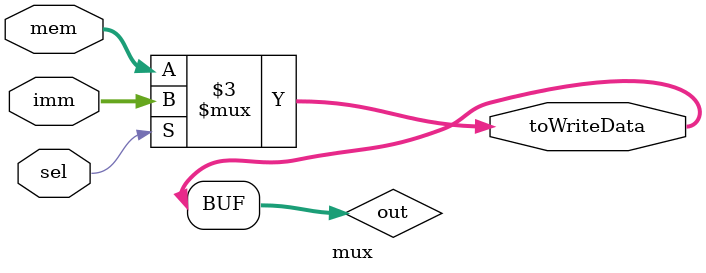
<source format=v>
`timescale 1ns / 1ps
module mux(
    input [31:0] mem,
    input [31:0] imm,
    input sel,
    output [31:0] toWriteData
    );
	 
reg [31:0] out;

assign toWriteData = out;

always @ (mem or imm or sel)
begin
	if(sel)
		out = imm;
	else
		out = mem;
end

endmodule

</source>
